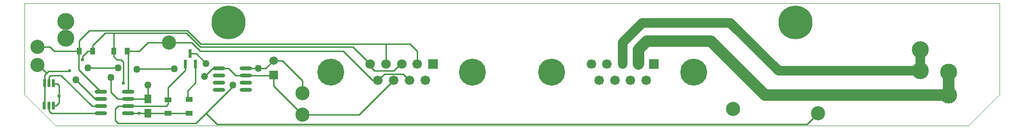
<source format=gtl>
%FSLAX25Y25*%
%MOIN*%
G70*
G01*
G75*
G04 Layer_Physical_Order=1*
G04 Layer_Color=255*
%ADD10O,0.08661X0.02362*%
%ADD11R,0.03543X0.05118*%
%ADD12R,0.02362X0.05512*%
%ADD13R,0.05118X0.03543*%
%ADD14R,0.04921X0.05906*%
%ADD15R,0.02362X0.05906*%
%ADD16C,0.00100*%
%ADD17C,0.01000*%
%ADD18C,0.07874*%
%ADD19C,0.06500*%
%ADD20C,0.00098*%
%ADD21C,0.18740*%
%ADD22R,0.06654X0.06654*%
%ADD23C,0.06654*%
%ADD24C,0.09843*%
%ADD25R,0.05906X0.05906*%
%ADD26C,0.05906*%
%ADD27C,0.23622*%
%ADD28C,0.11811*%
%ADD29C,0.02362*%
%ADD30C,0.05000*%
D10*
X240425Y35953D02*
D03*
Y40953D02*
D03*
Y45953D02*
D03*
Y50953D02*
D03*
X221528Y35953D02*
D03*
Y40953D02*
D03*
Y45953D02*
D03*
Y50953D02*
D03*
X139748Y34587D02*
D03*
Y29587D02*
D03*
Y24587D02*
D03*
Y19587D02*
D03*
X158646Y34587D02*
D03*
Y29587D02*
D03*
Y24587D02*
D03*
Y19587D02*
D03*
D11*
X148524Y62894D02*
D03*
X157972D02*
D03*
X134055Y62992D02*
D03*
X124606D02*
D03*
D12*
X100492Y40650D02*
D03*
X103642D02*
D03*
X106791D02*
D03*
X100394Y25000D02*
D03*
X103543D02*
D03*
X106693D02*
D03*
D13*
X200984Y19685D02*
D03*
Y29134D02*
D03*
X186417Y19587D02*
D03*
Y29035D02*
D03*
D14*
X172197Y29508D02*
D03*
Y19665D02*
D03*
D15*
X201772Y61224D02*
D03*
X205276Y53937D02*
D03*
X198268D02*
D03*
D16*
X188976Y10827D02*
X661417D01*
X763779Y32480D02*
Y96457D01*
X742126Y10827D02*
X763779Y32480D01*
X108268Y10827D02*
X742126D01*
X86614Y32480D02*
X108268Y10827D01*
X86614Y96457D02*
X763779D01*
D17*
X279528Y33465D02*
Y42323D01*
X265524Y56327D02*
X279528Y42323D01*
Y18701D02*
X319087D01*
X343024Y42638D01*
X107283Y62992D02*
X123819D01*
X124606D01*
X104331Y65945D02*
X107283Y62992D01*
X95472Y65945D02*
X104331Y65945D01*
X166339Y19685D02*
X200984D01*
X259476Y56327D02*
X265524D01*
X110630Y26969D02*
Y31496D01*
Y38976D01*
X158646Y34587D02*
Y62894D01*
X157972D02*
X158646D01*
X166240D01*
X172244Y68898D01*
X187008D01*
X326665Y52219D02*
Y53819D01*
Y52219D02*
X329672Y49213D01*
X328425Y42638D02*
X332118D01*
X134055Y62992D02*
Y67126D01*
X329672Y49213D02*
X343068D01*
X347674Y53819D01*
X348476D01*
X118012Y49114D02*
X118110Y49213D01*
X158646Y19587D02*
X158744Y19685D01*
X166339D01*
X155372Y40494D02*
Y55258D01*
X153543Y57087D02*
X155372Y55258D01*
X150591Y57087D02*
X153543D01*
X148524Y59153D02*
X150591Y57087D01*
X148524Y59153D02*
Y62894D01*
X126969Y57087D02*
Y59368D01*
X130593Y62992D01*
X134055D01*
X100394Y25000D02*
X100492Y25098D01*
Y40650D01*
X109252Y40354D02*
X110630Y38976D01*
X107087Y40354D02*
X109252D01*
X106791Y40650D02*
X107087Y40354D01*
X106693Y25000D02*
X108661D01*
X110630Y26969D01*
X205276Y40905D02*
Y53937D01*
X199803Y35433D02*
X205276Y40905D01*
X199803Y30315D02*
Y35433D01*
Y30315D02*
X200984Y29134D01*
X186417Y29035D02*
Y37795D01*
X198268Y49646D01*
X186417Y25984D02*
Y29035D01*
X158646Y24587D02*
X185020D01*
X186417Y25984D01*
X103543Y21260D02*
Y25000D01*
X133484Y24587D02*
X139748D01*
X112106Y45965D02*
X133484Y24587D01*
X124213Y50122D02*
X139748Y34587D01*
X124213Y50122D02*
Y62598D01*
X336545Y47065D02*
X349502D01*
X332118Y42638D02*
X336545Y47065D01*
X349502D02*
X353929Y42638D01*
X122244Y42913D02*
X135571Y29587D01*
X139748D01*
X165157Y50787D02*
X190748D01*
X164764Y50394D02*
X165157Y50787D01*
X130512Y51181D02*
X151772D01*
X201772Y61224D02*
X205902D01*
X212795Y54331D01*
X221528Y50953D02*
X228378D01*
X233378Y45953D01*
X240425D01*
X146653Y34252D02*
X151398Y29508D01*
X146653Y34252D02*
Y44488D01*
X124606Y62992D02*
Y70461D01*
X123819Y62992D02*
X124213Y62598D01*
X198268Y49646D02*
Y53937D01*
X240425Y45276D02*
X241102Y45953D01*
X103543Y21260D02*
X105217Y19587D01*
X139748D01*
X103642Y40650D02*
Y44980D01*
X104626Y45965D02*
X112106D01*
X103642Y44980D02*
X104626Y45965D01*
X100492Y40650D02*
Y46260D01*
X101919Y47687D01*
X96457Y53150D02*
X101919Y47687D01*
X95472Y53150D02*
X96457D01*
X103347Y49114D02*
X118012D01*
X101919Y47687D02*
X103347Y49114D01*
X259476Y38752D02*
Y46327D01*
Y38752D02*
X279528Y18701D01*
X241102Y45953D02*
X259102D01*
X259476Y46327D01*
X254102Y50953D02*
X259476Y56327D01*
X151555Y24587D02*
X158646D01*
X149606Y22638D02*
X151555Y24587D01*
X149606Y14764D02*
Y22638D01*
Y14764D02*
X151575Y12795D01*
X205709D01*
X231299Y38386D02*
Y39370D01*
X240425Y50953D02*
X249016D01*
X254102D01*
X172197Y29508D02*
Y39323D01*
X172244Y39370D01*
X151398Y29508D02*
X172197D01*
X217291Y50953D02*
X221528D01*
X211614Y45276D02*
X217291Y50953D01*
X308071Y62992D02*
X328425Y42638D01*
X208661Y62992D02*
X308071D01*
X202756Y68898D02*
X208661Y62992D01*
X187008Y68898D02*
X202756D01*
X187008Y68898D02*
X187008Y68898D01*
X314539Y65945D02*
X326665Y53819D01*
X208661Y65945D02*
X314539D01*
X198819Y75787D02*
X208661Y65945D01*
X148524Y62894D02*
Y75689D01*
X148622Y75787D01*
X198819D01*
X142618Y75689D02*
X148524D01*
X134055Y67126D02*
X142618Y75689D01*
X124606Y70461D02*
X131533Y77387D01*
X199482D01*
X208956Y67913D01*
X337571D01*
Y53819D02*
Y67913D01*
X354331D01*
X359382Y62862D01*
Y53819D02*
Y62862D01*
X212598Y19685D02*
X220307Y11977D01*
X630087D01*
X637795Y19685D01*
X205709Y12795D02*
X212598Y19685D01*
X231299Y38386D01*
D18*
X563189Y69882D02*
X600787Y32283D01*
Y32283D02*
X728346D01*
X518701Y69882D02*
X563189D01*
X512882Y64063D02*
X518701Y69882D01*
X512882Y53819D02*
Y64063D01*
X728346Y32283D02*
Y48228D01*
D19*
X501976Y53819D02*
Y68906D01*
X515748Y82677D01*
X576772D01*
X610236Y49213D01*
X708661D01*
Y63976D01*
D20*
X86614Y32480D02*
Y96457D01*
D21*
X452783Y48228D02*
D03*
X551169D02*
D03*
X299284D02*
D03*
X397669D02*
D03*
D22*
X523787Y53819D02*
D03*
X370287D02*
D03*
D23*
X518335Y42638D02*
D03*
X512882Y53819D02*
D03*
X507429Y42638D02*
D03*
X501976Y53819D02*
D03*
X496524Y42638D02*
D03*
X491071Y53819D02*
D03*
X485618Y42638D02*
D03*
X480165Y53819D02*
D03*
X364835Y42638D02*
D03*
X359382Y53819D02*
D03*
X353929Y42638D02*
D03*
X348476Y53819D02*
D03*
X343024Y42638D02*
D03*
X337571Y53819D02*
D03*
X332118Y42638D02*
D03*
X326665Y53819D02*
D03*
D24*
X578740Y22638D02*
D03*
X95472Y53150D02*
D03*
X279528Y18701D02*
D03*
Y33465D02*
D03*
X187008Y68898D02*
D03*
X95472Y65945D02*
D03*
X637795Y19685D02*
D03*
D25*
X259476Y46327D02*
D03*
D26*
Y56327D02*
D03*
D27*
X622047Y82874D02*
D03*
X228346D02*
D03*
D28*
X728346Y32283D02*
D03*
X115157Y83661D02*
D03*
Y71850D02*
D03*
X728346Y48228D02*
D03*
X708661Y49213D02*
D03*
Y63976D02*
D03*
D29*
X118110Y49213D02*
D03*
X166339Y19685D02*
D03*
X155372Y40494D02*
D03*
X126969Y57087D02*
D03*
X110630Y31496D02*
D03*
D30*
X122244Y42913D02*
D03*
X190748Y50787D02*
D03*
X164764Y50394D02*
D03*
X151772Y51181D02*
D03*
X130512D02*
D03*
X212795Y54331D02*
D03*
X146653Y44488D02*
D03*
X231299Y39370D02*
D03*
X249016Y50953D02*
D03*
X172244Y39370D02*
D03*
X211614Y45276D02*
D03*
M02*

</source>
